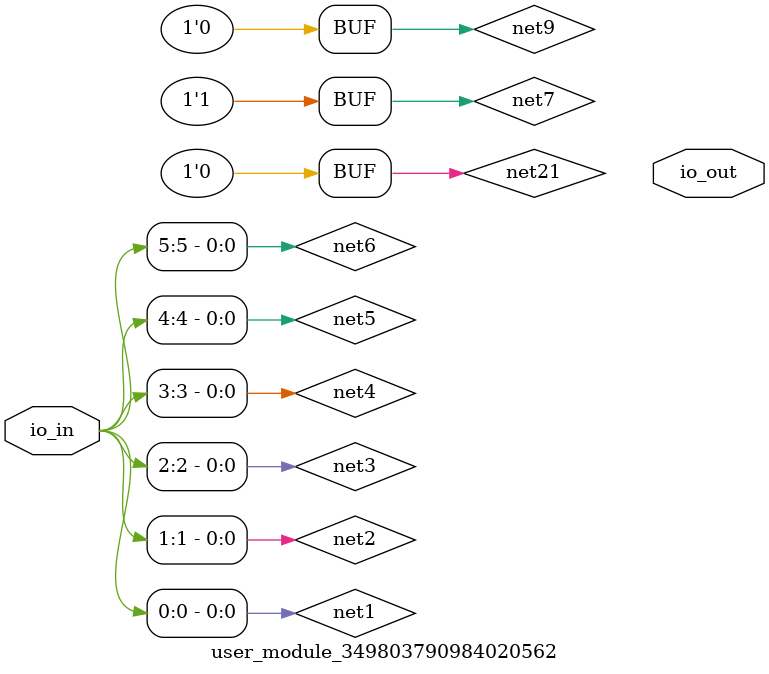
<source format=v>
/* Automatically generated from https://wokwi.com/projects/349803790984020562 */

`default_nettype none

module user_module_349803790984020562(
  input [7:0] io_in,
  output [7:0] io_out
);
  wire net1 = io_in[0];
  wire net2 = io_in[1];
  wire net3 = io_in[2];
  wire net4 = io_in[3];
  wire net5 = io_in[4];
  wire net6 = io_in[5];
  wire net7 = 1'b1;
  wire net8;
  wire net9 = 1'b0;
  wire net10;
  wire net11;
  wire net12;
  wire net13;
  wire net14;
  wire net15;
  wire net16;
  wire net17;
  wire net18;
  wire net19;
  wire net20;
  wire net21 = 1'b0;

  xor_cell gate11 (
    .a (net2),
    .b (net5),
    .out (net8)
  );
  xor_cell gate7 (
    .a (net8),
    .b (net10),
    .out (net11)
  );
  and_cell gate8 (
    .a (net8),
    .b (net10),
    .out (net12)
  );
  and_cell gate9 (
    .a (net2),
    .b (net5),
    .out (net13)
  );
  or_cell gate10 (
    .a (net12),
    .b (net13),
    .out (net14)
  );
  xor_cell gate1 (
    .a (net3),
    .b (net6),
    .out (net15)
  );
  xor_cell gate2 (
    .a (net15),
    .b (net14),
    .out (net16)
  );
  and_cell gate3 (
    .a (net15),
    .b (net14),
    .out (net17)
  );
  and_cell gate4 (
    .a (net3),
    .b (net6),
    .out (net18)
  );
  or_cell gate5 (
    .a (net17),
    .b (net18),
    .out (net19)
  );
  and_cell gate6 (
    .a (net1),
    .b (net4),
    .out (net10)
  );
  xor_cell gate12 (
    .a (net1),
    .b (net4),
    .out (net20)
  );
endmodule

</source>
